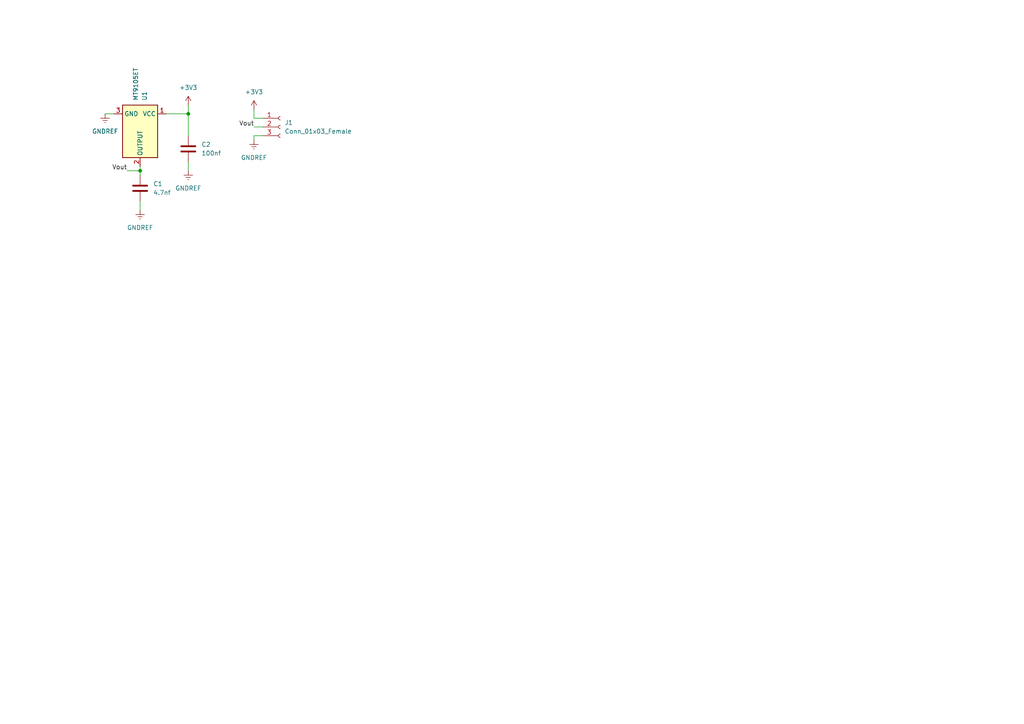
<source format=kicad_sch>
(kicad_sch (version 20211123) (generator eeschema)
  (paper "A4")
  (lib_symbols
    (symbol "Connector:Conn_01x03_Female" (pin_names (offset 1.016) hide)
      (property "Reference" "J" (at 0 5.08 0))
      (property "Value" "Conn_01x03_Female" (at 0 -5.08 0))
      (symbol "Conn_01x03_Female_1_1"
        (arc (start 0 -2.032) (mid -0.508 -2.54) (end 0 -3.048) (stroke (width 0.1524)))
        (polyline (pts (xy -1.27 -2.54) (xy -0.508 -2.54)) (stroke (width 0.1524)))
        (polyline (pts (xy -1.27 0) (xy -0.508 0)) (stroke (width 0.1524)))
        (polyline (pts (xy -1.27 2.54) (xy -0.508 2.54)) (stroke (width 0.1524)))
        (arc (start 0 0.508) (mid -0.508 0) (end 0 -0.508) (stroke (width 0.1524)))
        (arc (start 0 3.048) (mid -0.508 2.54) (end 0 2.032) (stroke (width 0.1524)))
        (pin passive line (at -5.08 2.54 0) (length 3.81) (name "Pin_1") (number "1"))
        (pin passive line (at -5.08 0 0) (length 3.81) (name "Pin_2") (number "2"))
        (pin passive line (at -5.08 -2.54 0) (length 3.81) (name "Pin_3") (number "3"))
      )
    )
    (symbol "Device:C" (pin_numbers hide) (pin_names (offset 0.254))
      (property "Reference" "C" (at 0.635 2.54 0))
      (property "Value" "C" (at 0.635 -2.54 0))
      (symbol "C_0_1"
        (polyline (pts (xy -2.032 -0.762) (xy 2.032 -0.762)) (stroke (width 0.508)))
        (polyline (pts (xy -2.032 0.762) (xy 2.032 0.762)) (stroke (width 0.508)))
      )
      (symbol "C_1_1"
        (pin passive line (at 0 3.81 270) (length 2.794) (name "~") (number "1"))
        (pin passive line (at 0 -3.81 90) (length 2.794) (name "~") (number "2"))
      )
    )
    (symbol "Sensor_Magnetic:SM351LT"
      (property "Reference" "U" (at 5.08 8.89 0))
      (property "Value" "SM351LT" (at 2.54 6.35 0))
      (symbol "SM351LT_0_1"
        (rectangle (start 7.62 5.08) (end -7.62 -5.08) (stroke (width 0.254)) (fill (type background)))
      )
      (symbol "SM351LT_1_1"
        (pin power_in line (at -5.08 7.62 270) (length 2.54) (name "VCC") (number "1"))
        (pin output line (at 10.16 0 180) (length 2.54) (name "OUTPUT") (number "2"))
        (pin power_in line (at -5.08 -7.62 90) (length 2.54) (name "GND") (number "3"))
      )
    )
    (symbol "power:+3V3" (power) (pin_names (offset 0))
      (property "Value" "+3V3" (at 0 3.556 0))
      (symbol "+3V3_0_1"
        (polyline (pts (xy -0.762 1.27) (xy 0 2.54)))
        (polyline (pts (xy 0 0) (xy 0 2.54)))
        (polyline (pts (xy 0 2.54) (xy 0.762 1.27)))
      )
      (symbol "+3V3_1_1"
        (pin power_in line (at 0 0 90) (length 0) hide (name "+3V3") (number "1"))
      )
    )
    (symbol "power:GNDREF" (power) (pin_names (offset 0))
      (property "Value" "GNDREF" (at 0 -3.81 0))
      (symbol "GNDREF_0_1"
        (polyline (pts (xy -0.635 -1.905) (xy 0.635 -1.905)))
        (polyline (pts (xy -0.127 -2.54) (xy 0.127 -2.54)))
        (polyline (pts (xy 0 -1.27) (xy 0 0)))
        (polyline (pts (xy 1.27 -1.27) (xy -1.27 -1.27)))
      )
      (symbol "GNDREF_1_1"
        (pin power_in line (at 0 0 270) (length 0) hide (name "GNDREF") (number "1"))
      )
    )
  )
  (junction (at 40.64 49.53))
  (junction (at 54.61 33.02))
  (wire (pts (xy 54.61 33.02) (xy 54.61 39.37)))
  (wire (pts (xy 30.48 33.02) (xy 33.02 33.02)))
  (wire (pts (xy 54.61 30.48) (xy 54.61 33.02)))
  (wire (pts (xy 54.61 46.99) (xy 54.61 49.53)))
  (wire (pts (xy 73.66 40.64) (xy 73.66 39.37)))
  (wire (pts (xy 73.66 36.83) (xy 76.2 36.83)))
  (wire (pts (xy 40.64 48.26) (xy 40.64 49.53)))
  (wire (pts (xy 40.64 58.42) (xy 40.64 60.96)))
  (wire (pts (xy 73.66 39.37) (xy 76.2 39.37)))
  (wire (pts (xy 48.26 33.02) (xy 54.61 33.02)))
  (wire (pts (xy 40.64 49.53) (xy 40.64 50.8)))
  (wire (pts (xy 73.66 34.29) (xy 76.2 34.29)))
  (wire (pts (xy 36.83 49.53) (xy 40.64 49.53)))
  (wire (pts (xy 73.66 31.75) (xy 73.66 34.29)))
  (label "Vout" (at 73.66 36.83 180))
  (label "Vout" (at 36.83 49.53 180))
  (symbol (lib_id "power:GNDREF") (at 54.61 49.53 0) (unit 1)
    (property "Reference" "#PWR0103" (effects hide))
    (property "Value" "GNDREF" (at 54.61 54.61 0))
  )
  (symbol (lib_id "power:+3V3") (at 73.66 31.75 0) (unit 1)
    (property "Reference" "#PWR0106" (effects hide))
    (property "Value" "+3V3" (at 73.66 26.67 0))
  )
  (symbol (lib_id "Device:C") (at 54.61 43.18 0) (unit 1)
    (property "Reference" "C2" (at 58.42 41.9099 0) (effects (justify left)))
    (property "Value" "100nf" (at 58.42 44.4499 0) (effects (justify left)))
    (property "Footprint" "Capacitor_SMD:C_0805_2012Metric_Pad1.18x1.45mm_HandSolder" (effects hide))
  )
  (symbol (lib_id "power:GNDREF") (at 30.48 33.02 0) (unit 1)
    (property "Reference" "#PWR0102" (effects hide))
    (property "Value" "GNDREF" (at 30.48 38.1 0))
  )
  (symbol (lib_id "Connector:Conn_01x03_Female") (at 81.28 36.83 0) (unit 1)
    (property "Reference" "J1" (at 82.55 35.5599 0) (effects (justify left)))
    (property "Value" "Conn_01x03_Female" (at 82.55 38.0999 0) (effects (justify left)))
    (property "Footprint" "Connector_JST:JST_EH_B3B-EH-A_1x03_P2.50mm_Vertical" (effects hide))
  )
  (symbol (lib_id "Device:C") (at 40.64 54.61 0) (unit 1)
    (property "Reference" "C1" (at 44.45 53.3399 0) (effects (justify left)))
    (property "Value" "4.7nf" (at 44.45 55.8799 0) (effects (justify left)))
    (property "Footprint" "Capacitor_SMD:C_0805_2012Metric_Pad1.18x1.45mm_HandSolder" (effects hide))
  )
  (symbol (lib_id "power:+3V3") (at 54.61 30.48 0) (unit 1)
    (property "Reference" "#PWR0101" (effects hide))
    (property "Value" "+3V3" (at 54.61 25.4 0))
  )
  (symbol (lib_id "power:GNDREF") (at 73.66 40.64 0) (unit 1)
    (property "Reference" "#PWR0105" (effects hide))
    (property "Value" "GNDREF" (at 73.66 45.72 0))
  )
  (symbol (lib_id "power:GNDREF") (at 40.64 60.96 0) (unit 1)
    (property "Reference" "#PWR0104" (effects hide))
    (property "Value" "GNDREF" (at 40.64 66.04 0))
  )
  (symbol (lib_id "Sensor_Magnetic:SM351LT") (at 40.64 38.1 270) (unit 1)
    (property "Reference" "U1" (at 41.9101 29.21 0) (effects (justify right)))
    (property "Value" "MT9105ET" (at 39.3701 29.21 0) (effects (justify right)))
    (property "Footprint" "Package_TO_SOT_SMD:SOT-23" (effects hide))
    (property "Datasheet" "https://sensing.honeywell.com/honeywell-sensing-nanopower-series-product-sheet-50095501-a-en.pdf" (effects hide))
  )
)
</source>
